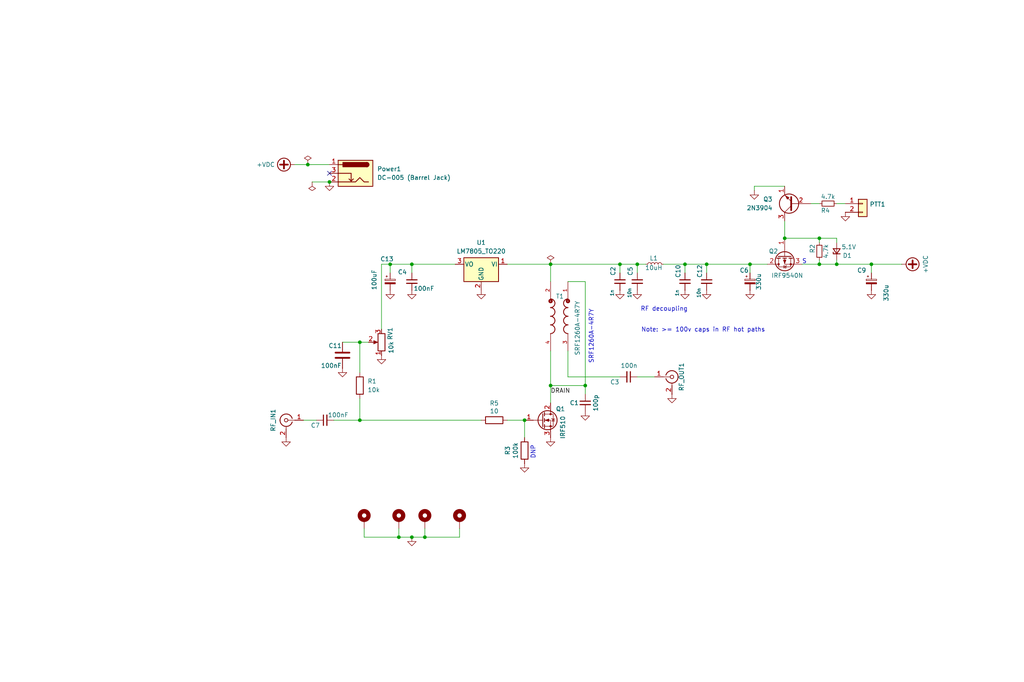
<source format=kicad_sch>
(kicad_sch (version 20240417) (generator "eeschema") (generator_version "8.99")
  (paper "User" 299.999 200)
  (title_block (title "Linear SSB amplifier 5W plus") (date "2024-06-01") (company "Author: Dhiru Kholia (VU3CER)"))
  (lib_symbols
    (symbol "Conn_Coaxial_1" (pin_names (offset 1.016) hide)
      (property "Reference" "J" (at 0.254 3.048 0))
      (property "Value" "Conn_Coaxial" (at 2.921 0 90))
      (symbol "Conn_Coaxial_1_0_1"
        (polyline (pts (xy -2.54 0) (xy -0.508 0)))
        (arc (start 1.778 0) (mid 0.222 -1.8079) (end -1.778 -0.508) (stroke (width 0.254)))
        (arc (start -1.778 0.508) (mid 0.2221 1.8084) (end 1.778 0) (stroke (width 0.254)))
        (circle (center 0 0) (radius 0.508) (stroke (width 0.2032)))
        (polyline (pts (xy 0 -2.54) (xy 0 -1.778)))
      )
      (symbol "Conn_Coaxial_1_1_1"
        (pin passive line (at -5.08 0 0) (length 2.54) (name "In") (number "1"))
        (pin passive line (at 0 -5.08 90) (length 2.54) (name "Ext") (number "2"))
      )
    )
    (symbol "Connector:Barrel_Jack_Switch" (pin_names hide)
      (property "Reference" "J" (at 0 5.334 0))
      (property "Value" "Barrel_Jack_Switch" (at 0 -5.08 0))
      (symbol "Barrel_Jack_Switch_0_1"
        (rectangle (start -5.08 3.81) (end 5.08 -3.81) (stroke (width 0.254)) (fill (type background)))
        (polyline (pts (xy -3.81 -2.54) (xy -2.54 -2.54) (xy -1.27 -1.27) (xy 0 -2.54) (xy 2.54 -2.54) (xy 5.08 -2.54)) (stroke (width 0.254)))
        (arc (start -3.302 1.905) (mid -3.9343 2.54) (end -3.302 3.175) (stroke (width 0.254)) (fill (type outline)))
        (arc (start -3.302 1.905) (mid -3.9343 2.54) (end -3.302 3.175) (stroke (width 0.254)))
        (polyline (pts (xy 1.27 -2.286) (xy 1.905 -1.651)) (stroke (width 0.254)))
        (rectangle (start 3.683 3.175) (end -3.302 1.905) (stroke (width 0.254)) (fill (type outline)))
        (polyline (pts (xy 5.08 2.54) (xy 3.81 2.54)) (stroke (width 0.254)))
        (polyline (pts (xy 5.08 0) (xy 1.27 0) (xy 1.27 -2.286) (xy 0.635 -1.651)) (stroke (width 0.254)))
      )
      (symbol "Barrel_Jack_Switch_1_1"
        (pin passive line (at 7.62 2.54 180) (length 2.54) (name "~") (number "1"))
        (pin passive line (at 7.62 -2.54 180) (length 2.54) (name "~") (number "2"))
        (pin passive line (at 7.62 0 180) (length 2.54) (name "~") (number "3"))
      )
    )
    (symbol "Connector:Conn_Coaxial" (pin_names (offset 1.016) hide)
      (property "Reference" "J" (at 0.254 3.048 0))
      (property "Value" "Conn_Coaxial" (at 2.921 0 90))
      (symbol "Conn_Coaxial_0_1"
        (polyline (pts (xy -2.54 0) (xy -0.508 0)))
        (arc (start 1.778 0) (mid 0.222 -1.8079) (end -1.778 -0.508) (stroke (width 0.254)))
        (arc (start -1.778 0.508) (mid 0.2221 1.8084) (end 1.778 0) (stroke (width 0.254)))
        (circle (center 0 0) (radius 0.508) (stroke (width 0.2032)))
        (polyline (pts (xy 0 -2.54) (xy 0 -1.778)))
      )
      (symbol "Conn_Coaxial_1_1"
        (pin passive line (at -5.08 0 0) (length 2.54) (name "In") (number "1"))
        (pin passive line (at 0 -5.08 90) (length 2.54) (name "Ext") (number "2"))
      )
    )
    (symbol "Connector_Generic:Conn_01x02" (pin_names (offset 1.016) hide)
      (property "Reference" "J" (at 0 2.54 0))
      (property "Value" "Conn_01x02" (at 0 -5.08 0))
      (symbol "Conn_01x02_1_1"
        (rectangle (start -1.27 1.27) (end 1.27 -3.81) (stroke (width 0.254)) (fill (type background)))
        (rectangle (start -1.27 0.127) (end 0 -0.127) (stroke (width 0.1524)))
        (rectangle (start -1.27 -2.413) (end 0 -2.667) (stroke (width 0.1524)))
        (pin passive line (at -5.08 0 0) (length 3.81) (name "Pin_1") (number "1"))
        (pin passive line (at -5.08 -2.54 0) (length 3.81) (name "Pin_2") (number "2"))
      )
    )
    (symbol "Device:C" (pin_numbers hide) (pin_names (offset 0.254))
      (property "Reference" "C" (at 0.635 2.54 0))
      (property "Value" "C" (at 0.635 -2.54 0))
      (symbol "C_0_1"
        (polyline (pts (xy -2.032 0.762) (xy 2.032 0.762)) (stroke (width 0.508)))
        (polyline (pts (xy -2.032 -0.762) (xy 2.032 -0.762)) (stroke (width 0.508)))
      )
      (symbol "C_1_1"
        (pin passive line (at 0 3.81 270) (length 2.794) (name "~") (number "1"))
        (pin passive line (at 0 -3.81 90) (length 2.794) (name "~") (number "2"))
      )
    )
    (symbol "Device:C_Polarized_Small" (pin_numbers hide) (pin_names (offset 0.254) hide)
      (property "Reference" "C" (at 0.254 1.778 0))
      (property "Value" "C_Polarized_Small" (at 0.254 -2.032 0))
      (symbol "C_Polarized_Small_0_1"
        (rectangle (start -1.524 0.6858) (end 1.524 0.3048))
        (rectangle (start -1.524 -0.3048) (end 1.524 -0.6858) (fill (type outline)))
        (polyline (pts (xy -1.27 1.524) (xy -0.762 1.524)))
        (polyline (pts (xy -1.016 1.27) (xy -1.016 1.778)))
      )
      (symbol "C_Polarized_Small_1_1"
        (pin passive line (at 0 2.54 270) (length 1.8542) (name "~") (number "1"))
        (pin passive line (at 0 -2.54 90) (length 1.8542) (name "~") (number "2"))
      )
    )
    (symbol "Device:C_Small" (pin_numbers hide) (pin_names (offset 0.254) hide)
      (property "Reference" "C" (at 0.254 1.778 0))
      (property "Value" "C_Small" (at 0.254 -2.032 0))
      (symbol "C_Small_0_1"
        (polyline (pts (xy -1.524 0.508) (xy 1.524 0.508)) (stroke (width 0.3048)))
        (polyline (pts (xy -1.524 -0.508) (xy 1.524 -0.508)) (stroke (width 0.3302)))
      )
      (symbol "C_Small_1_1"
        (pin passive line (at 0 2.54 270) (length 2.032) (name "~") (number "1"))
        (pin passive line (at 0 -2.54 90) (length 2.032) (name "~") (number "2"))
      )
    )
    (symbol "Device:D_Zener_Small" (pin_numbers hide) (pin_names (offset 0.254) hide)
      (property "Reference" "D" (at 0 2.286 0))
      (property "Value" "D_Zener_Small" (at 0 -2.286 0))
      (symbol "D_Zener_Small_0_1"
        (polyline (pts (xy -0.254 1.016) (xy -0.762 1.016) (xy -0.762 -1.016)) (stroke (width 0.254)))
        (polyline (pts (xy 0.762 1.016) (xy -0.762 0) (xy 0.762 -1.016) (xy 0.762 1.016)) (stroke (width 0.254)))
        (polyline (pts (xy 0.762 0) (xy -0.762 0)))
      )
      (symbol "D_Zener_Small_1_1"
        (pin passive line (at -2.54 0 0) (length 1.778) (name "K") (number "1"))
        (pin passive line (at 2.54 0 180) (length 1.778) (name "A") (number "2"))
      )
    )
    (symbol "Device:L_Small" (pin_numbers hide) (pin_names (offset 0.254) hide)
      (property "Reference" "L" (at 0.762 1.016 0))
      (property "Value" "L_Small" (at 0.762 -1.016 0))
      (symbol "L_Small_0_1"
        (arc (start 0 2.032) (mid 0.5058 1.524) (end 0 1.016))
        (arc (start 0 1.016) (mid 0.5058 0.508) (end 0 0))
        (arc (start 0 0) (mid 0.5058 -0.508) (end 0 -1.016))
        (arc (start 0 -1.016) (mid 0.5058 -1.524) (end 0 -2.032))
      )
      (symbol "L_Small_1_1"
        (pin passive line (at 0 2.54 270) (length 0.508) (name "~") (number "1"))
        (pin passive line (at 0 -2.54 90) (length 0.508) (name "~") (number "2"))
      )
    )
    (symbol "Device:R" (pin_numbers hide) (pin_names (offset 0))
      (property "Reference" "R" (at 2.032 0 90))
      (property "Value" "R" (at 0 0 90))
      (symbol "R_0_1"
        (rectangle (start -1.016 -2.54) (end 1.016 2.54) (stroke (width 0.254)))
      )
      (symbol "R_1_1"
        (pin passive line (at 0 3.81 270) (length 1.27) (name "~") (number "1"))
        (pin passive line (at 0 -3.81 90) (length 1.27) (name "~") (number "2"))
      )
    )
    (symbol "Device:R_Potentiometer" (pin_names (offset 1.016) hide)
      (property "Reference" "RV" (at -4.445 0 90))
      (property "Value" "R_Potentiometer" (at -2.54 0 90))
      (symbol "R_Potentiometer_0_1"
        (rectangle (start 1.016 2.54) (end -1.016 -2.54) (stroke (width 0.254)))
        (polyline (pts (xy 1.143 0) (xy 2.286 0.508) (xy 2.286 -0.508) (xy 1.143 0)) (fill (type outline)))
        (polyline (pts (xy 2.54 0) (xy 1.524 0)))
      )
      (symbol "R_Potentiometer_1_1"
        (pin passive line (at 0 3.81 270) (length 1.27) (name "1") (number "1"))
        (pin passive line (at 3.81 0 180) (length 1.27) (name "2") (number "2"))
        (pin passive line (at 0 -3.81 90) (length 1.27) (name "3") (number "3"))
      )
    )
    (symbol "Device:R_Small" (pin_numbers hide) (pin_names (offset 0.254) hide)
      (property "Reference" "R" (at 0.762 0.508 0))
      (property "Value" "R_Small" (at 0.762 -1.016 0))
      (symbol "R_Small_0_1"
        (rectangle (start -0.762 1.778) (end 0.762 -1.778) (stroke (width 0.2032)))
      )
      (symbol "R_Small_1_1"
        (pin passive line (at 0 2.54 270) (length 0.762) (name "~") (number "1"))
        (pin passive line (at 0 -2.54 90) (length 0.762) (name "~") (number "2"))
      )
    )
    (symbol "Mechanical:MountingHole_Pad" (pin_numbers hide) (pin_names (offset 1.016) hide)
      (property "Reference" "H" (at 0 6.35 0))
      (property "Value" "MountingHole_Pad" (at 0 4.445 0))
      (symbol "MountingHole_Pad_0_1"
        (circle (center 0 1.27) (radius 1.27) (stroke (width 1.27)))
      )
      (symbol "MountingHole_Pad_1_1"
        (pin input line (at 0 -2.54 90) (length 2.54) (name "1") (number "1"))
      )
    )
    (symbol "Regulator_Linear:LM7805_TO220" (pin_names (offset 0.254))
      (property "Reference" "U" (at -3.81 3.175 0))
      (property "Value" "LM7805_TO220" (at 0 3.175 0))
      (symbol "LM7805_TO220_0_1"
        (rectangle (start -5.08 1.905) (end 5.08 -5.08) (stroke (width 0.254)) (fill (type background)))
      )
      (symbol "LM7805_TO220_1_1"
        (pin power_in line (at -7.62 0 0) (length 2.54) (name "VI") (number "1"))
        (pin power_in line (at 0 -7.62 90) (length 2.54) (name "GND") (number "2"))
        (pin power_out line (at 7.62 0 180) (length 2.54) (name "VO") (number "3"))
      )
    )
    (symbol "SRF1260A-4R7Y:SRF1260A-4R7Y" (pin_names (offset 1.016))
      (property "Reference" "L" (at -7.631 5.0873 0))
      (property "Value" "SRF1260A-4R7Y" (at -7.6349 -7.6349 0))
      (symbol "SRF1260A-4R7Y_0_0"
        (circle (center -4.445 2.54) (radius 0.127) (stroke (width 0.508)))
        (circle (center -4.445 -2.54) (radius 0.127) (stroke (width 0.508)))
        (arc (start -2.54 2.54) (mid -3.81 1.2755) (end -5.08 2.54) (stroke (width 0.254)))
        (arc (start -5.08 -2.54) (mid -3.81 -1.2755) (end -2.54 -2.54) (stroke (width 0.254)))
        (arc (start 0 2.54) (mid -1.27 1.2755) (end -2.54 2.54) (stroke (width 0.254)))
        (arc (start -2.54 -2.54) (mid -1.27 -1.2755) (end 0 -2.54) (stroke (width 0.254)))
        (arc (start 2.54 2.54) (mid 1.27 1.2755) (end 0 2.54) (stroke (width 0.254)))
        (arc (start 0 -2.54) (mid 1.27 -1.2755) (end 2.54 -2.54) (stroke (width 0.254)))
        (arc (start 5.08 2.54) (mid 3.81 1.2755) (end 2.54 2.54) (stroke (width 0.254)))
        (arc (start 2.54 -2.54) (mid 3.81 -1.2755) (end 5.08 -2.54) (stroke (width 0.254)))
        (pin passive line (at -10.16 2.54 0) (length 5.08) (name "~") (number "1"))
        (pin passive line (at -10.16 -2.54 0) (length 5.08) (name "~") (number "2"))
        (pin passive line (at 10.16 2.54 180) (length 5.08) (name "~") (number "3"))
        (pin passive line (at 10.16 -2.54 180) (length 5.08) (name "~") (number "4"))
      )
    )
    (symbol "Transistor_BJT:2N3904" (pin_names (offset 0) hide)
      (property "Reference" "Q" (at 5.08 1.905 0))
      (property "Value" "2N3904" (at 5.08 0 0))
      (symbol "2N3904_0_1"
        (polyline (pts (xy 0.635 1.905) (xy 0.635 -1.905) (xy 0.635 -1.905)) (stroke (width 0.508)))
        (polyline (pts (xy 0.635 0.635) (xy 2.54 2.54)))
        (polyline (pts (xy 0.635 -0.635) (xy 2.54 -2.54) (xy 2.54 -2.54)))
        (circle (center 1.27 0) (radius 2.8194) (stroke (width 0.254)))
        (polyline (pts (xy 1.27 -1.778) (xy 1.778 -1.27) (xy 2.286 -2.286) (xy 1.27 -1.778) (xy 1.27 -1.778)) (fill (type outline)))
      )
      (symbol "2N3904_1_1"
        (pin passive line (at 2.54 -5.08 90) (length 2.54) (name "E") (number "1"))
        (pin passive line (at -5.08 0 0) (length 5.715) (name "B") (number "2"))
        (pin passive line (at 2.54 5.08 270) (length 2.54) (name "C") (number "3"))
      )
    )
    (symbol "Transistor_FET:IRF540N" (pin_names hide)
      (property "Reference" "Q" (at 5.08 1.905 0))
      (property "Value" "IRF540N" (at 5.08 0 0))
      (symbol "IRF540N_0_1"
        (polyline (pts (xy 0.254 1.905) (xy 0.254 -1.905)) (stroke (width 0.254)))
        (polyline (pts (xy 0.254 0) (xy -2.54 0)))
        (polyline (pts (xy 0.762 2.286) (xy 0.762 1.27)) (stroke (width 0.254)))
        (polyline (pts (xy 0.762 0.508) (xy 0.762 -0.508)) (stroke (width 0.254)))
        (polyline (pts (xy 0.762 -1.27) (xy 0.762 -2.286)) (stroke (width 0.254)))
        (polyline (pts (xy 0.762 -1.778) (xy 3.302 -1.778) (xy 3.302 1.778) (xy 0.762 1.778)))
        (polyline (pts (xy 1.016 0) (xy 2.032 0.381) (xy 2.032 -0.381) (xy 1.016 0)) (fill (type outline)))
        (circle (center 1.651 0) (radius 2.794) (stroke (width 0.254)))
        (polyline (pts (xy 2.54 2.54) (xy 2.54 1.778)))
        (circle (center 2.54 1.778) (radius 0.254) (fill (type outline)))
        (circle (center 2.54 -1.778) (radius 0.254) (fill (type outline)))
        (polyline (pts (xy 2.54 -2.54) (xy 2.54 0) (xy 0.762 0)))
        (polyline (pts (xy 2.794 0.508) (xy 2.921 0.381) (xy 3.683 0.381) (xy 3.81 0.254)))
        (polyline (pts (xy 3.302 0.381) (xy 2.921 -0.254) (xy 3.683 -0.254) (xy 3.302 0.381)))
      )
      (symbol "IRF540N_1_1"
        (pin input line (at -5.08 0 0) (length 2.54) (name "G") (number "1"))
        (pin passive line (at 2.54 5.08 270) (length 2.54) (name "D") (number "2"))
        (pin passive line (at 2.54 -5.08 90) (length 2.54) (name "S") (number "3"))
      )
    )
    (symbol "Transistor_FET:IRF9540N" (pin_names hide)
      (property "Reference" "Q" (at 5.08 1.905 0))
      (property "Value" "IRF9540N" (at 5.08 0 0))
      (symbol "IRF9540N_0_1"
        (polyline (pts (xy 0.254 1.905) (xy 0.254 -1.905)) (stroke (width 0.254)))
        (polyline (pts (xy 0.254 0) (xy -2.54 0)))
        (polyline (pts (xy 0.762 2.286) (xy 0.762 1.27)) (stroke (width 0.254)))
        (polyline (pts (xy 0.762 1.778) (xy 3.302 1.778) (xy 3.302 -1.778) (xy 0.762 -1.778)))
        (polyline (pts (xy 0.762 0.508) (xy 0.762 -0.508)) (stroke (width 0.254)))
        (polyline (pts (xy 0.762 -1.27) (xy 0.762 -2.286)) (stroke (width 0.254)))
        (circle (center 1.651 0) (radius 2.794) (stroke (width 0.254)))
        (polyline (pts (xy 2.286 0) (xy 1.27 0.381) (xy 1.27 -0.381) (xy 2.286 0)) (fill (type outline)))
        (polyline (pts (xy 2.54 2.54) (xy 2.54 1.778)))
        (circle (center 2.54 1.778) (radius 0.254) (fill (type outline)))
        (circle (center 2.54 -1.778) (radius 0.254) (fill (type outline)))
        (polyline (pts (xy 2.54 -2.54) (xy 2.54 0) (xy 0.762 0)))
        (polyline (pts (xy 2.794 -0.508) (xy 2.921 -0.381) (xy 3.683 -0.381) (xy 3.81 -0.254)))
        (polyline (pts (xy 3.302 -0.381) (xy 2.921 0.254) (xy 3.683 0.254) (xy 3.302 -0.381)))
      )
      (symbol "IRF9540N_1_1"
        (pin input line (at -5.08 0 0) (length 2.54) (name "G") (number "1"))
        (pin passive line (at 2.54 5.08 270) (length 2.54) (name "D") (number "2"))
        (pin passive line (at 2.54 -5.08 90) (length 2.54) (name "S") (number "3"))
      )
    )
    (symbol "power:+VDC" (power) (pin_numbers hide) (pin_names (offset 0) hide)
      (property "Value" "+VDC" (at 0 6.35 0))
      (symbol "+VDC_0_1"
        (polyline (pts (xy -1.143 3.175) (xy 1.143 3.175)) (stroke (width 0.508)))
        (circle (center 0 3.175) (radius 1.905) (stroke (width 0.254)))
        (polyline (pts (xy 0 2.032) (xy 0 4.318)) (stroke (width 0.508)))
        (polyline (pts (xy 0 0) (xy 0 1.27)))
      )
      (symbol "+VDC_1_1"
        (pin power_in line (at 0 0 90) (length 0) (name "~") (number "1"))
      )
    )
    (symbol "power:GND" (power) (pin_numbers hide) (pin_names (offset 0) hide)
      (property "Value" "GND" (at 0 -3.81 0))
      (symbol "GND_0_1"
        (polyline (pts (xy 0 0) (xy 0 -1.27) (xy 1.27 -1.27) (xy 0 -2.54) (xy -1.27 -1.27) (xy 0 -1.27)))
      )
      (symbol "GND_1_1"
        (pin power_in line (at 0 0 270) (length 0) (name "~") (number "1"))
      )
    )
    (symbol "power:PWR_FLAG" (power) (pin_numbers hide) (pin_names (offset 0) hide)
      (property "Value" "PWR_FLAG" (at 0 3.81 0))
      (symbol "PWR_FLAG_0_0"
        (pin power_out line (at 0 0 90) (length 0) (name "~") (number "1"))
      )
      (symbol "PWR_FLAG_0_1"
        (polyline (pts (xy 0 0) (xy 0 1.27) (xy -1.016 1.905) (xy 0 2.54) (xy 1.016 1.905) (xy 0 1.27)))
      )
    )
  )
  (text "SRF1260A-4R7Y" (at 173.99 106.68 90) (effects (font (size 1.27 1.27)) (justify left bottom)))
  (text "DNP" (at 156.21 132.588 90) (effects (font (size 1.27 1.27))))
  (text "S" (at 234.95 77.47 0) (effects (font (size 1.27 1.27)) (justify left bottom)))
  (text "Note: >= 100v caps in RF hot paths" (at 205.994 96.774 0) (effects (font (size 1.27 1.27))))
  (text "RF decoupling" (at 194.564 90.678 0) (effects (font (size 1.27 1.27))))
  (junction (at 200.66 77.47))
  (junction (at 120.65 77.47))
  (junction (at 105.41 123.19))
  (junction (at 96.52 53.34))
  (junction (at 114.3 77.47))
  (junction (at 105.41 100.33))
  (junction (at 161.29 77.47))
  (junction (at 186.69 77.47))
  (junction (at 240.03 77.47))
  (junction (at 116.84 157.48))
  (junction (at 124.46 157.48))
  (junction (at 245.11 77.47))
  (junction (at 181.61 77.47))
  (junction (at 90.17 48.26))
  (junction (at 240.03 69.85))
  (junction (at 161.29 113.03))
  (junction (at 255.27 77.47))
  (junction (at 219.71 77.47))
  (junction (at 120.65 157.48))
  (junction (at 207.01 77.47))
  (junction (at 229.87 69.85))
  (junction (at 153.67 123.19))
  (junction (at 171.45 113.03))
  (no_connect (at 96.52 50.8))
  (wire (pts (xy 186.69 77.47) (xy 189.23 77.47)))
  (wire (pts (xy 134.62 157.48) (xy 134.62 154.94)))
  (wire (pts (xy 220.98 55.88) (xy 220.98 54.61)))
  (wire (pts (xy 86.36 48.26) (xy 90.17 48.26)))
  (wire (pts (xy 148.59 123.19) (xy 153.67 123.19)))
  (wire (pts (xy 166.37 102.87) (xy 166.37 110.49)))
  (wire (pts (xy 153.67 128.27) (xy 153.67 123.19)))
  (wire (pts (xy 181.61 77.47) (xy 186.69 77.47)))
  (wire (pts (xy 171.45 113.03) (xy 171.45 115.57)))
  (wire (pts (xy 148.59 77.47) (xy 161.29 77.47)))
  (wire (pts (xy 90.17 48.26) (xy 96.52 48.26)))
  (wire (pts (xy 120.65 77.47) (xy 120.65 80.01)))
  (wire (pts (xy 234.95 77.47) (xy 240.03 77.47)))
  (wire (pts (xy 88.9 123.19) (xy 92.71 123.19)))
  (wire (pts (xy 194.31 77.47) (xy 200.66 77.47)))
  (wire (pts (xy 186.69 110.49) (xy 191.77 110.49)))
  (wire (pts (xy 200.66 77.47) (xy 200.66 80.01)))
  (wire (pts (xy 97.79 123.19) (xy 105.41 123.19)))
  (wire (pts (xy 229.87 69.85) (xy 240.03 69.85)))
  (wire (pts (xy 105.41 123.19) (xy 140.97 123.19)))
  (wire (pts (xy 106.68 157.48) (xy 116.84 157.48)))
  (wire (pts (xy 240.03 69.85) (xy 240.03 71.12)))
  (wire (pts (xy 219.71 77.47) (xy 219.71 80.01)))
  (wire (pts (xy 107.95 100.33) (xy 105.41 100.33)))
  (wire (pts (xy 186.69 77.47) (xy 186.69 80.01)))
  (wire (pts (xy 166.37 110.49) (xy 181.61 110.49)))
  (wire (pts (xy 105.41 116.84) (xy 105.41 123.19)))
  (wire (pts (xy 240.03 77.47) (xy 245.11 77.47)))
  (wire (pts (xy 116.84 154.94) (xy 116.84 157.48)))
  (wire (pts (xy 105.41 100.33) (xy 100.33 100.33)))
  (wire (pts (xy 207.01 77.47) (xy 219.71 77.47)))
  (wire (pts (xy 166.37 82.55) (xy 171.45 82.55)))
  (wire (pts (xy 114.3 77.47) (xy 111.76 77.47)))
  (wire (pts (xy 161.29 102.87) (xy 161.29 113.03)))
  (wire (pts (xy 114.3 77.47) (xy 120.65 77.47)))
  (wire (pts (xy 237.49 59.69) (xy 240.03 59.69)))
  (wire (pts (xy 255.27 77.47) (xy 255.27 80.01)))
  (wire (pts (xy 106.68 154.94) (xy 106.68 157.48)))
  (wire (pts (xy 245.11 76.2) (xy 245.11 77.47)))
  (wire (pts (xy 161.29 113.03) (xy 171.45 113.03)))
  (wire (pts (xy 207.01 77.47) (xy 207.01 80.01)))
  (wire (pts (xy 161.29 113.03) (xy 161.29 118.11)))
  (wire (pts (xy 91.44 53.34) (xy 96.52 53.34)))
  (wire (pts (xy 240.03 76.2) (xy 240.03 77.47)))
  (wire (pts (xy 245.11 69.85) (xy 245.11 71.12)))
  (wire (pts (xy 120.65 157.48) (xy 124.46 157.48)))
  (wire (pts (xy 124.46 157.48) (xy 134.62 157.48)))
  (wire (pts (xy 245.11 77.47) (xy 255.27 77.47)))
  (wire (pts (xy 114.3 77.47) (xy 114.3 80.01)))
  (wire (pts (xy 111.76 77.47) (xy 111.76 96.52)))
  (wire (pts (xy 220.98 54.61) (xy 229.87 54.61)))
  (wire (pts (xy 229.87 64.77) (xy 229.87 69.85)))
  (wire (pts (xy 181.61 77.47) (xy 181.61 80.01)))
  (wire (pts (xy 264.16 77.47) (xy 255.27 77.47)))
  (wire (pts (xy 219.71 77.47) (xy 224.79 77.47)))
  (wire (pts (xy 116.84 157.48) (xy 120.65 157.48)))
  (wire (pts (xy 120.65 77.47) (xy 133.35 77.47)))
  (wire (pts (xy 200.66 77.47) (xy 207.01 77.47)))
  (wire (pts (xy 161.29 82.55) (xy 161.29 77.47)))
  (wire (pts (xy 161.29 77.47) (xy 181.61 77.47)))
  (wire (pts (xy 171.45 82.55) (xy 171.45 113.03)))
  (wire (pts (xy 240.03 69.85) (xy 245.11 69.85)))
  (wire (pts (xy 245.11 59.69) (xy 247.65 59.69)))
  (wire (pts (xy 105.41 100.33) (xy 105.41 109.22)))
  (wire (pts (xy 124.46 154.94) (xy 124.46 157.48)))
  (label "DRAIN" (at 161.29 115.57 0))
  (symbol (lib_id "power:+VDC") (at 86.36 48.26 90) (unit 1)
    (property "Reference" "#PWR0110" (effects (hide yes)))
    (property "Value" "+VDC" (at 80.5434 48.26 90) (effects (justify left)))
    (property "Description" "Power symbol creates a global label with name \"+VDC\"" (effects (hide yes)))
  )
  (symbol (lib_id "power:GND") (at 186.69 85.09 0) (unit 1)
    (property "Reference" "#PWR012" (effects (hide yes)))
    (property "Value" "GND" (effects (hide yes)))
  )
  (symbol (lib_id "power:GND") (at 181.61 85.09 0) (unit 1)
    (property "Reference" "#PWR05" (effects (hide yes)))
    (property "Value" "GND" (effects (hide yes)))
  )
  (symbol (lib_id "Regulator_Linear:LM7805_TO220") (at 140.97 77.47 0) (mirror y) (unit 1)
    (property "Reference" "U1" (at 140.97 71.12 0))
    (property "Value" "LM7805_TO220" (at 140.97 73.66 0))
    (property "Footprint" "Package_TO_SOT_THT:TO-220-3_Vertical" (effects (hide yes)))
    (property "Datasheet" "https://www.onsemi.cn/PowerSolutions/document/MC7800-D.PDF" (effects (hide yes)))
    (property "Description" "Positive 1A 35V Linear Regulator, Fixed Output 5V, TO-220" (effects (hide yes)))
  )
  (symbol (lib_id "Device:C_Small") (at 181.61 82.55 0) (unit 1)
    (property "Reference" "C2" (at 179.578 79.502 90))
    (property "Value" "1n" (at 179.324 85.852 90) (effects (font (size 0.9906 0.9906))))
    (property "Footprint" "Capacitor_SMD:C_1206_3216Metric_Pad1.33x1.80mm_HandSolder" (effects (hide yes)))
  )
  (symbol (lib_id "Transistor_FET:IRF540N") (at 158.75 123.19 0) (unit 1)
    (property "Reference" "Q1" (at 162.814 119.888 0) (effects (justify left)))
    (property "Value" "IRF510" (at 164.8714 128.7018 90) (effects (justify left)))
    (property "Footprint" "footprints:TO-247-3_Horizontal_TabDown_Modded" (effects (hide yes)))
    (property "Datasheet" "http://www.irf.com/product-info/datasheets/data/irf540n.pdf" (effects (hide yes)))
    (property "Description" "33A Id, 100V Vds, HEXFET N-Channel MOSFET, TO-220" (effects (hide yes)))
  )
  (symbol (lib_id "power:GND") (at 207.01 85.09 0) (unit 1)
    (property "Reference" "#PWR017" (effects (hide yes)))
    (property "Value" "GND" (effects (hide yes)))
  )
  (symbol (lib_id "power:GND") (at 171.45 120.65 0) (mirror y) (unit 1)
    (property "Reference" "#PWR02" (effects (hide yes)))
    (property "Value" "GND" (effects (hide yes)))
  )
  (symbol (lib_id "Device:D_Zener_Small") (at 245.11 73.66 90) (unit 1)
    (property "Reference" "D1" (at 249.555 74.93 90) (effects (justify left)))
    (property "Value" "5.1V" (at 250.825 72.39 90) (effects (justify left)))
    (property "Footprint" "Diode_SMD:D_MiniMELF" (effects (hide yes)))
    (property "Source" "LCSC" (effects (hide yes)))
  )
  (symbol (lib_id "power:GND") (at 196.85 115.57 0) (mirror y) (unit 1)
    (property "Reference" "#PWR04" (effects (hide yes)))
    (property "Value" "GND" (effects (hide yes)))
    (property "Description" "Power symbol creates a global label with name \"GND\" , ground" (effects (hide yes)))
  )
  (symbol (lib_id "power:GND") (at 220.98 55.88 0) (unit 1)
    (property "Reference" "#PWR03" (effects (hide yes)))
    (property "Value" "GND" (effects (hide yes)))
  )
  (symbol (lib_id "power:GND") (at 247.65 62.23 0) (unit 1)
    (property "Reference" "#PWR07" (effects (hide yes)))
    (property "Value" "GND" (effects (hide yes)))
  )
  (symbol (lib_id "Device:R") (at 144.78 123.19 270) (unit 1)
    (property "Reference" "R5" (at 144.78 118.2116 90))
    (property "Value" "10" (at 144.78 120.523 90))
    (property "Footprint" "Resistor_SMD:R_1206_3216Metric_Pad1.30x1.75mm_HandSolder" (effects (hide yes)))
  )
  (symbol (lib_id "power:GND") (at 96.52 53.34 0) (unit 1)
    (property "Reference" "#PWR019" (effects (hide yes)))
    (property "Value" "GND" (effects (hide yes)))
    (property "Description" "Power symbol creates a global label with name \"GND\" , ground" (effects (hide yes)))
  )
  (symbol (lib_name "Conn_Coaxial_1") (lib_id "Connector:Conn_Coaxial") (at 196.85 110.49 0) (unit 1)
    (property "Reference" "RF_OUT1" (at 199.644 110.49 90))
    (property "Value" "SMA" (effects (hide yes)))
    (property "Footprint" "Connector_Coaxial:SMA_Samtec_SMA-J-P-H-ST-EM1_EdgeMount" (effects (hide yes)))
    (property "Description" "coaxial connector (BNC, SMA, SMB, SMC, Cinch/RCA, LEMO, ...)" (effects (hide yes)))
  )
  (symbol (lib_id "Device:C_Polarized_Small") (at 255.27 82.55 0) (unit 1)
    (property "Reference" "C9" (at 251.079 79.248 0) (effects (justify left)))
    (property "Value" "330u" (at 259.588 88.392 90) (effects (justify left)))
    (property "Footprint" "Capacitor_THT:CP_Radial_D5.0mm_P2.50mm" (effects (hide yes)))
  )
  (symbol (lib_id "Device:C_Small") (at 120.65 82.55 0) (unit 1)
    (property "Reference" "C4" (at 116.5352 79.756 0) (effects (justify left)))
    (property "Value" "100nF" (at 121.158 84.582 0) (effects (justify left)))
    (property "Footprint" "Capacitor_SMD:C_1206_3216Metric_Pad1.33x1.80mm_HandSolder" (effects (hide yes)))
    (property "Description" "Unpolarized capacitor, small symbol" (effects (hide yes)))
  )
  (symbol (lib_id "power:GND") (at 255.27 85.09 0) (unit 1)
    (property "Reference" "#PWR010" (effects (hide yes)))
    (property "Value" "GND" (effects (hide yes)))
  )
  (symbol (lib_id "Device:R") (at 153.67 132.08 0) (unit 1)
    (property "Reference" "R3" (at 148.6916 132.08 90))
    (property "Value" "100k" (at 151.003 132.08 90))
    (property "Footprint" "Resistor_SMD:R_1206_3216Metric_Pad1.30x1.75mm_HandSolder" (effects (hide yes)))
  )
  (symbol (lib_id "power:GND") (at 83.82 128.27 0) (unit 1)
    (property "Reference" "#PWR08" (effects (hide yes)))
    (property "Value" "GND" (effects (hide yes)))
    (property "Description" "Power symbol creates a global label with name \"GND\" , ground" (effects (hide yes)))
  )
  (symbol (lib_id "Connector:Conn_Coaxial") (at 83.82 123.19 0) (mirror y) (unit 1)
    (property "Reference" "RF_IN1" (at 80.01 123.19 90))
    (property "Value" "SMA" (effects (hide yes)))
    (property "Footprint" "Connector_Coaxial:SMA_Samtec_SMA-J-P-H-ST-EM1_EdgeMount" (effects (hide yes)))
    (property "Description" "coaxial connector (BNC, SMA, SMB, SMC, Cinch/RCA, LEMO, ...)" (effects (hide yes)))
  )
  (symbol (lib_id "Device:R_Small") (at 242.57 59.69 90) (unit 1)
    (property "Reference" "R4" (at 241.808 61.722 90))
    (property "Value" "4.7k" (at 242.57 57.658 90))
    (property "Footprint" "Resistor_SMD:R_1206_3216Metric_Pad1.30x1.75mm_HandSolder" (effects (hide yes)))
  )
  (symbol (lib_id "Device:C") (at 100.33 104.14 0) (unit 1)
    (property "Reference" "C11" (at 96.2152 101.346 0) (effects (justify left)))
    (property "Value" "100nF" (at 93.98 107.188 0) (effects (justify left)))
    (property "Footprint" "Capacitor_SMD:C_1206_3216Metric_Pad1.33x1.80mm_HandSolder" (effects (hide yes)))
  )
  (symbol (lib_id "Mechanical:MountingHole_Pad") (at 124.46 152.4 0) (unit 1)
    (property "Reference" "H3" (effects (hide yes)))
    (property "Value" "MountingHole_Pad" (effects (hide yes)))
    (property "Footprint" "MountingHole:MountingHole_3.2mm_M3_Pad_Via" (effects (hide yes)))
  )
  (symbol (lib_id "power:PWR_FLAG") (at 90.17 48.26 0) (unit 1)
    (property "Reference" "#FLG02" (effects (hide yes)))
    (property "Value" "PWR_FLAG" (effects (hide yes)))
    (property "Description" "Special symbol for telling ERC where power comes from" (effects (hide yes)))
  )
  (symbol (lib_id "Device:C_Polarized_Small") (at 219.71 82.55 0) (unit 1)
    (property "Reference" "C6" (at 216.662 79.248 0) (effects (justify left)))
    (property "Value" "330u" (at 222.25 85.09 90) (effects (justify left)))
    (property "Footprint" "Capacitor_THT:CP_Radial_D8.0mm_P5.00mm" (effects (hide yes)))
  )
  (symbol (lib_id "power:GND") (at 111.76 104.14 0) (unit 1)
    (property "Reference" "#PWR021" (effects (hide yes)))
    (property "Value" "GND" (effects (hide yes)))
  )
  (symbol (lib_id "Mechanical:MountingHole_Pad") (at 116.84 152.4 0) (unit 1)
    (property "Reference" "H2" (effects (hide yes)))
    (property "Value" "MountingHole_Pad" (effects (hide yes)))
    (property "Footprint" "MountingHole:MountingHole_3.2mm_M3_Pad_Via" (effects (hide yes)))
  )
  (symbol (lib_id "power:GND") (at 120.65 85.09 0) (unit 1)
    (property "Reference" "#PWR06" (effects (hide yes)))
    (property "Value" "GND" (effects (hide yes)))
  )
  (symbol (lib_id "power:PWR_FLAG") (at 161.29 77.47 0) (unit 1)
    (property "Reference" "#FLG01" (effects (hide yes)))
    (property "Value" "PWR_FLAG" (effects (hide yes)))
  )
  (symbol (lib_id "power:GND") (at 100.33 107.95 0) (unit 1)
    (property "Reference" "#PWR020" (effects (hide yes)))
    (property "Value" "GND" (effects (hide yes)))
  )
  (symbol (lib_id "Connector_Generic:Conn_01x02") (at 252.73 59.69 0) (unit 1)
    (property "Reference" "PTT1" (at 254.762 59.8932 0) (effects (justify left)))
    (property "Value" "PTT" (effects (hide yes)))
    (property "Footprint" "Connector_PinHeader_2.54mm:PinHeader_1x02_P2.54mm_Vertical" (effects (hide yes)))
  )
  (symbol (lib_id "Device:C_Small") (at 184.15 110.49 270) (unit 1)
    (property "Reference" "C3" (at 180.086 112.014 90))
    (property "Value" "100n" (at 184.277 107.188 90))
    (property "Footprint" "Capacitor_SMD:C_1206_3216Metric_Pad1.33x1.80mm_HandSolder" (effects (hide yes)))
  )
  (symbol (lib_id "power:GND") (at 200.66 85.09 0) (unit 1)
    (property "Reference" "#PWR014" (effects (hide yes)))
    (property "Value" "GND" (effects (hide yes)))
  )
  (symbol (lib_id "SRF1260A-4R7Y:SRF1260A-4R7Y") (at 163.83 92.71 270) (unit 1)
    (property "Reference" "T1" (at 162.814 86.868 90) (effects (justify left)))
    (property "Value" "SRF1260A-4R7Y" (at 169.164 88.138 0) (effects (justify left)))
    (property "Footprint" "footprints:IND_SRF1260A-4R7Y-Longer-Pads" (effects (hide yes)))
    (property "MF" "Bourns" (effects (hide yes)))
    (property "MOUSER-PURCHASE-URL" "https://snapeda.com/shop?store=Mouser&id=1533338" (effects (hide yes)))
    (property "DESCRIPTION" "Shielded 2 Coil Inductor Array 27.2µH Inductance - Connected in Series 6.8µH Inductance - Connected in Parallel 18.6mOhm Max DC Resistance (DCR) - Parallel 6.64A Nonstandard" (effects (hide yes)))
    (property "PACKAGE" "Nonstandard Bourns" (effects (hide yes)))
    (property "PRICE" "None" (effects (hide yes)))
    (property "MP" "SRF1260A-6R8Y" (effects (hide yes)))
    (property "AVAILABILITY" "Warning" (effects (hide yes)))
  )
  (symbol (lib_id "Device:C_Small") (at 171.45 118.11 0) (unit 1)
    (property "Reference" "C1" (at 166.878 118.11 0) (effects (justify left)))
    (property "Value" "100p" (at 174.498 120.65 90) (effects (justify left)))
    (property "Footprint" "Capacitor_SMD:C_1206_3216Metric_Pad1.33x1.80mm_HandSolder" (effects (hide yes)))
    (property "Sim.Device" "SPICE" (effects (hide yes)))
    (property "Sim.Params" "type=\"\" model=\"100n\" lib=\"\"" (effects (hide yes)))
    (property "Sim.Pins" "1=1 2=2" (effects (hide yes)))
  )
  (symbol (lib_id "power:GND") (at 120.65 157.48 0) (unit 1)
    (property "Reference" "#PWR01" (effects (hide yes)))
    (property "Value" "GND" (effects (hide yes)))
    (property "Description" "Power symbol creates a global label with name \"GND\" , ground" (effects (hide yes)))
  )
  (symbol (lib_id "power:PWR_FLAG") (at 91.44 53.34 180) (unit 1)
    (property "Reference" "#FLG03" (effects (hide yes)))
    (property "Value" "PWR_FLAG" (effects (hide yes)))
    (property "Description" "Special symbol for telling ERC where power comes from" (effects (hide yes)))
  )
  (symbol (lib_id "Transistor_FET:IRF9540N") (at 229.87 74.93 90) (mirror x) (unit 1)
    (property "Reference" "Q2" (at 226.568 73.66 90))
    (property "Value" "IRF9540N" (at 230.632 80.772 90))
    (property "Footprint" "Package_TO_SOT_THT:TO-220-3_Vertical" (effects (hide yes)))
    (property "Datasheet" "http://www.irf.com/product-info/datasheets/data/irf9540n.pdf" (effects (hide yes)))
    (property "Description" "-23A Id, -100V Vds, 117mOhm Rds, P-Channel HEXFET Power MOSFET, TO-220" (effects (hide yes)))
  )
  (symbol (lib_id "power:+VDC") (at 264.16 77.47 270) (unit 1)
    (property "Reference" "#PWR011" (effects (hide yes)))
    (property "Value" "+VDC" (at 271.145 77.47 0))
  )
  (symbol (lib_id "Transistor_BJT:2N3904") (at 232.41 59.69 180) (unit 1)
    (property "Reference" "Q3" (at 226.314 58.4199 0) (effects (justify left)))
    (property "Value" "2N3904" (at 226.314 60.9599 0) (effects (justify left)))
    (property "Footprint" "Connector_PinSocket_2.54mm:PinSocket_1x03_P2.54mm_Vertical" (effects (hide yes)))
    (property "Datasheet" "https://www.onsemi.com/pub/Collateral/2N3903-D.PDF" (effects (hide yes)))
  )
  (symbol (lib_id "power:GND") (at 161.29 128.27 0) (unit 1)
    (property "Reference" "#PWR015" (effects (hide yes)))
    (property "Value" "GND" (effects (hide yes)))
    (property "Description" "Power symbol creates a global label with name \"GND\" , ground" (effects (hide yes)))
  )
  (symbol (lib_id "power:GND") (at 219.71 85.09 0) (unit 1)
    (property "Reference" "#PWR013" (effects (hide yes)))
    (property "Value" "GND" (effects (hide yes)))
  )
  (symbol (lib_id "power:GND") (at 114.3 85.09 0) (unit 1)
    (property "Reference" "#PWR022" (effects (hide yes)))
    (property "Value" "GND" (effects (hide yes)))
  )
  (symbol (lib_id "Mechanical:MountingHole_Pad") (at 134.62 152.4 0) (mirror y) (unit 1)
    (property "Reference" "H4" (effects (hide yes)))
    (property "Value" "MountingHole_Pad" (effects (hide yes)))
    (property "Footprint" "MountingHole:MountingHole_3.2mm_M3_Pad_Via" (effects (hide yes)))
  )
  (symbol (lib_id "power:GND") (at 140.97 85.09 0) (unit 1)
    (property "Reference" "#PWR09" (effects (hide yes)))
    (property "Value" "GND" (effects (hide yes)))
  )
  (symbol (lib_id "Device:C_Polarized_Small") (at 114.3 82.55 0) (unit 1)
    (property "Reference" "C13" (at 111.4044 75.946 0) (effects (justify left)))
    (property "Value" "100uF" (at 109.6264 85.09 90) (effects (justify left)))
    (property "Footprint" "Capacitor_THT:CP_Radial_D5.0mm_P2.50mm" (effects (hide yes)))
  )
  (symbol (lib_id "Connector:Barrel_Jack_Switch") (at 104.14 50.8 0) (mirror y) (unit 1)
    (property "Reference" "Power1" (at 110.49 49.5299 0) (effects (justify right)))
    (property "Value" "DC-005 (Barrel Jack)" (at 110.49 52.0699 0) (effects (justify right)))
    (property "Footprint" "footprints:XKB_DC-005-5A-2.0_Modded" (effects (hide yes)))
  )
  (symbol (lib_id "Device:C_Small") (at 186.69 82.55 0) (unit 1)
    (property "Reference" "C5" (at 184.658 79.502 90))
    (property "Value" "10n" (at 184.404 85.852 90) (effects (font (size 0.9906 0.9906))))
    (property "Footprint" "Capacitor_SMD:C_1206_3216Metric_Pad1.33x1.80mm_HandSolder" (effects (hide yes)))
  )
  (symbol (lib_id "Device:R_Potentiometer") (at 111.76 100.33 180) (unit 1)
    (property "Reference" "RV1" (at 114.3 97.79 90))
    (property "Value" "10k" (at 114.554 101.854 90))
    (property "Footprint" "Potentiometer_THT:Potentiometer_Runtron_RM-065_Vertical" (effects (hide yes)))
  )
  (symbol (lib_id "Device:L_Small") (at 191.77 77.47 90) (unit 1)
    (property "Reference" "L1" (at 191.516 75.692 90))
    (property "Value" "10uH" (at 191.516 78.486 90))
    (property "Footprint" "Inductor_SMD:L_Abracon_ASPI-0630LR" (effects (hide yes)))
    (property "Description" "Inductor, small symbol" (effects (hide yes)))
  )
  (symbol (lib_id "power:GND") (at 153.67 135.89 0) (unit 1)
    (property "Reference" "#PWR016" (effects (hide yes)))
    (property "Value" "GND" (effects (hide yes)))
    (property "Description" "Power symbol creates a global label with name \"GND\" , ground" (effects (hide yes)))
  )
  (symbol (lib_id "Device:R_Small") (at 240.03 73.66 180) (unit 1)
    (property "Reference" "R2" (at 237.998 72.898 90))
    (property "Value" "4.7k" (at 241.935 73.66 90))
    (property "Footprint" "Resistor_SMD:R_1206_3216Metric_Pad1.30x1.75mm_HandSolder" (effects (hide yes)))
    (property "Source" "LCSC" (effects (hide yes)))
  )
  (symbol (lib_id "Device:C_Small") (at 207.01 82.55 0) (unit 1)
    (property "Reference" "C12" (at 204.978 79.502 90))
    (property "Value" "10n" (at 204.724 85.852 90) (effects (font (size 0.9906 0.9906))))
    (property "Footprint" "Capacitor_SMD:C_1206_3216Metric_Pad1.33x1.80mm_HandSolder" (effects (hide yes)))
  )
  (symbol (lib_id "Device:R") (at 105.41 113.03 0) (unit 1)
    (property "Reference" "R1" (at 107.6452 111.7599 0) (effects (justify left)))
    (property "Value" "10k" (at 107.6452 114.2999 0) (effects (justify left)))
    (property "Footprint" "Resistor_SMD:R_1206_3216Metric_Pad1.30x1.75mm_HandSolder" (effects (hide yes)))
  )
  (symbol (lib_id "Mechanical:MountingHole_Pad") (at 106.68 152.4 0) (unit 1)
    (property "Reference" "H1" (effects (hide yes)))
    (property "Value" "MountingHole_Pad" (effects (hide yes)))
    (property "Footprint" "MountingHole:MountingHole_3.2mm_M3_Pad_Via" (effects (hide yes)))
  )
  (symbol (lib_id "Device:C_Small") (at 200.66 82.55 0) (unit 1)
    (property "Reference" "C10" (at 198.628 79.502 90))
    (property "Value" "1n" (at 198.374 85.852 90) (effects (font (size 0.9906 0.9906))))
    (property "Footprint" "Capacitor_SMD:C_1206_3216Metric_Pad1.33x1.80mm_HandSolder" (effects (hide yes)))
  )
  (symbol (lib_id "Device:C_Small") (at 95.25 123.19 90) (unit 1)
    (property "Reference" "C7" (at 93.726 124.714 90) (effects (justify left)))
    (property "Value" "100nF" (at 102.108 121.666 90) (effects (justify left)))
    (property "Footprint" "Capacitor_SMD:C_1206_3216Metric_Pad1.33x1.80mm_HandSolder" (effects (hide yes)))
    (property "Description" "Unpolarized capacitor, small symbol" (effects (hide yes)))
  )
)
</source>
